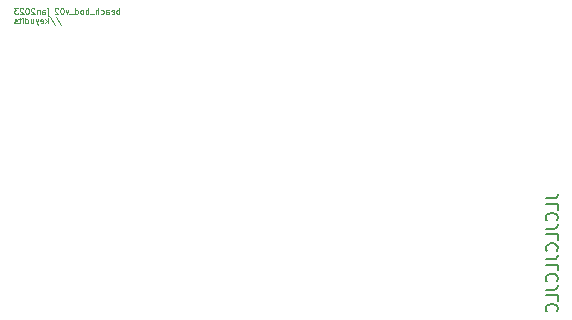
<source format=gbo>
G04 #@! TF.GenerationSoftware,KiCad,Pcbnew,(6.0.9-0)*
G04 #@! TF.CreationDate,2023-02-01T14:54:16-05:00*
G04 #@! TF.ProjectId,beach_bod_02,62656163-685f-4626-9f64-5f30322e6b69,rev?*
G04 #@! TF.SameCoordinates,Original*
G04 #@! TF.FileFunction,Legend,Bot*
G04 #@! TF.FilePolarity,Positive*
%FSLAX46Y46*%
G04 Gerber Fmt 4.6, Leading zero omitted, Abs format (unit mm)*
G04 Created by KiCad (PCBNEW (6.0.9-0)) date 2023-02-01 14:54:16*
%MOMM*%
%LPD*%
G01*
G04 APERTURE LIST*
%ADD10C,0.150000*%
%ADD11C,0.100000*%
%ADD12C,3.200000*%
%ADD13C,2.300000*%
%ADD14C,4.400000*%
%ADD15C,1.755000*%
%ADD16C,2.025000*%
%ADD17R,1.700000X1.700000*%
%ADD18C,0.650000*%
%ADD19O,1.108000X2.216000*%
G04 APERTURE END LIST*
D10*
X172680380Y-91646952D02*
X173394666Y-91646952D01*
X173537523Y-91599333D01*
X173632761Y-91504095D01*
X173680380Y-91361238D01*
X173680380Y-91266000D01*
X173680380Y-92599333D02*
X173680380Y-92123142D01*
X172680380Y-92123142D01*
X173585142Y-93504095D02*
X173632761Y-93456476D01*
X173680380Y-93313619D01*
X173680380Y-93218380D01*
X173632761Y-93075523D01*
X173537523Y-92980285D01*
X173442285Y-92932666D01*
X173251809Y-92885047D01*
X173108952Y-92885047D01*
X172918476Y-92932666D01*
X172823238Y-92980285D01*
X172728000Y-93075523D01*
X172680380Y-93218380D01*
X172680380Y-93313619D01*
X172728000Y-93456476D01*
X172775619Y-93504095D01*
X172680380Y-94218380D02*
X173394666Y-94218380D01*
X173537523Y-94170761D01*
X173632761Y-94075523D01*
X173680380Y-93932666D01*
X173680380Y-93837428D01*
X173680380Y-95170761D02*
X173680380Y-94694571D01*
X172680380Y-94694571D01*
X173585142Y-96075523D02*
X173632761Y-96027904D01*
X173680380Y-95885047D01*
X173680380Y-95789809D01*
X173632761Y-95646952D01*
X173537523Y-95551714D01*
X173442285Y-95504095D01*
X173251809Y-95456476D01*
X173108952Y-95456476D01*
X172918476Y-95504095D01*
X172823238Y-95551714D01*
X172728000Y-95646952D01*
X172680380Y-95789809D01*
X172680380Y-95885047D01*
X172728000Y-96027904D01*
X172775619Y-96075523D01*
X172680380Y-96789809D02*
X173394666Y-96789809D01*
X173537523Y-96742190D01*
X173632761Y-96646952D01*
X173680380Y-96504095D01*
X173680380Y-96408857D01*
X173680380Y-97742190D02*
X173680380Y-97266000D01*
X172680380Y-97266000D01*
X173585142Y-98646952D02*
X173632761Y-98599333D01*
X173680380Y-98456476D01*
X173680380Y-98361238D01*
X173632761Y-98218380D01*
X173537523Y-98123142D01*
X173442285Y-98075523D01*
X173251809Y-98027904D01*
X173108952Y-98027904D01*
X172918476Y-98075523D01*
X172823238Y-98123142D01*
X172728000Y-98218380D01*
X172680380Y-98361238D01*
X172680380Y-98456476D01*
X172728000Y-98599333D01*
X172775619Y-98646952D01*
X172680380Y-99361238D02*
X173394666Y-99361238D01*
X173537523Y-99313619D01*
X173632761Y-99218380D01*
X173680380Y-99075523D01*
X173680380Y-98980285D01*
X173680380Y-100313619D02*
X173680380Y-99837428D01*
X172680380Y-99837428D01*
X173585142Y-101218380D02*
X173632761Y-101170761D01*
X173680380Y-101027904D01*
X173680380Y-100932666D01*
X173632761Y-100789809D01*
X173537523Y-100694571D01*
X173442285Y-100646952D01*
X173251809Y-100599333D01*
X173108952Y-100599333D01*
X172918476Y-100646952D01*
X172823238Y-100694571D01*
X172728000Y-100789809D01*
X172680380Y-100932666D01*
X172680380Y-101027904D01*
X172728000Y-101170761D01*
X172775619Y-101218380D01*
D11*
X136549190Y-76023690D02*
X136549190Y-75523690D01*
X136549190Y-75714166D02*
X136501571Y-75690357D01*
X136406333Y-75690357D01*
X136358714Y-75714166D01*
X136334904Y-75737976D01*
X136311095Y-75785595D01*
X136311095Y-75928452D01*
X136334904Y-75976071D01*
X136358714Y-75999880D01*
X136406333Y-76023690D01*
X136501571Y-76023690D01*
X136549190Y-75999880D01*
X135906333Y-75999880D02*
X135953952Y-76023690D01*
X136049190Y-76023690D01*
X136096809Y-75999880D01*
X136120619Y-75952261D01*
X136120619Y-75761785D01*
X136096809Y-75714166D01*
X136049190Y-75690357D01*
X135953952Y-75690357D01*
X135906333Y-75714166D01*
X135882523Y-75761785D01*
X135882523Y-75809404D01*
X136120619Y-75857023D01*
X135453952Y-76023690D02*
X135453952Y-75761785D01*
X135477761Y-75714166D01*
X135525380Y-75690357D01*
X135620619Y-75690357D01*
X135668238Y-75714166D01*
X135453952Y-75999880D02*
X135501571Y-76023690D01*
X135620619Y-76023690D01*
X135668238Y-75999880D01*
X135692047Y-75952261D01*
X135692047Y-75904642D01*
X135668238Y-75857023D01*
X135620619Y-75833214D01*
X135501571Y-75833214D01*
X135453952Y-75809404D01*
X135001571Y-75999880D02*
X135049190Y-76023690D01*
X135144428Y-76023690D01*
X135192047Y-75999880D01*
X135215857Y-75976071D01*
X135239666Y-75928452D01*
X135239666Y-75785595D01*
X135215857Y-75737976D01*
X135192047Y-75714166D01*
X135144428Y-75690357D01*
X135049190Y-75690357D01*
X135001571Y-75714166D01*
X134787285Y-76023690D02*
X134787285Y-75523690D01*
X134573000Y-76023690D02*
X134573000Y-75761785D01*
X134596809Y-75714166D01*
X134644428Y-75690357D01*
X134715857Y-75690357D01*
X134763476Y-75714166D01*
X134787285Y-75737976D01*
X134453952Y-76071309D02*
X134073000Y-76071309D01*
X133953952Y-76023690D02*
X133953952Y-75523690D01*
X133953952Y-75714166D02*
X133906333Y-75690357D01*
X133811095Y-75690357D01*
X133763476Y-75714166D01*
X133739666Y-75737976D01*
X133715857Y-75785595D01*
X133715857Y-75928452D01*
X133739666Y-75976071D01*
X133763476Y-75999880D01*
X133811095Y-76023690D01*
X133906333Y-76023690D01*
X133953952Y-75999880D01*
X133430142Y-76023690D02*
X133477761Y-75999880D01*
X133501571Y-75976071D01*
X133525380Y-75928452D01*
X133525380Y-75785595D01*
X133501571Y-75737976D01*
X133477761Y-75714166D01*
X133430142Y-75690357D01*
X133358714Y-75690357D01*
X133311095Y-75714166D01*
X133287285Y-75737976D01*
X133263476Y-75785595D01*
X133263476Y-75928452D01*
X133287285Y-75976071D01*
X133311095Y-75999880D01*
X133358714Y-76023690D01*
X133430142Y-76023690D01*
X132834904Y-76023690D02*
X132834904Y-75523690D01*
X132834904Y-75999880D02*
X132882523Y-76023690D01*
X132977761Y-76023690D01*
X133025380Y-75999880D01*
X133049190Y-75976071D01*
X133073000Y-75928452D01*
X133073000Y-75785595D01*
X133049190Y-75737976D01*
X133025380Y-75714166D01*
X132977761Y-75690357D01*
X132882523Y-75690357D01*
X132834904Y-75714166D01*
X132715857Y-76071309D02*
X132334904Y-76071309D01*
X132263476Y-75690357D02*
X132144428Y-76023690D01*
X132025380Y-75690357D01*
X131739666Y-75523690D02*
X131692047Y-75523690D01*
X131644428Y-75547500D01*
X131620619Y-75571309D01*
X131596809Y-75618928D01*
X131573000Y-75714166D01*
X131573000Y-75833214D01*
X131596809Y-75928452D01*
X131620619Y-75976071D01*
X131644428Y-75999880D01*
X131692047Y-76023690D01*
X131739666Y-76023690D01*
X131787285Y-75999880D01*
X131811095Y-75976071D01*
X131834904Y-75928452D01*
X131858714Y-75833214D01*
X131858714Y-75714166D01*
X131834904Y-75618928D01*
X131811095Y-75571309D01*
X131787285Y-75547500D01*
X131739666Y-75523690D01*
X131382523Y-75571309D02*
X131358714Y-75547500D01*
X131311095Y-75523690D01*
X131192047Y-75523690D01*
X131144428Y-75547500D01*
X131120619Y-75571309D01*
X131096809Y-75618928D01*
X131096809Y-75666547D01*
X131120619Y-75737976D01*
X131406333Y-76023690D01*
X131096809Y-76023690D01*
X130501571Y-75690357D02*
X130501571Y-76118928D01*
X130525380Y-76166547D01*
X130573000Y-76190357D01*
X130596809Y-76190357D01*
X130501571Y-75523690D02*
X130525380Y-75547500D01*
X130501571Y-75571309D01*
X130477761Y-75547500D01*
X130501571Y-75523690D01*
X130501571Y-75571309D01*
X130049190Y-76023690D02*
X130049190Y-75761785D01*
X130073000Y-75714166D01*
X130120619Y-75690357D01*
X130215857Y-75690357D01*
X130263476Y-75714166D01*
X130049190Y-75999880D02*
X130096809Y-76023690D01*
X130215857Y-76023690D01*
X130263476Y-75999880D01*
X130287285Y-75952261D01*
X130287285Y-75904642D01*
X130263476Y-75857023D01*
X130215857Y-75833214D01*
X130096809Y-75833214D01*
X130049190Y-75809404D01*
X129811095Y-75690357D02*
X129811095Y-76023690D01*
X129811095Y-75737976D02*
X129787285Y-75714166D01*
X129739666Y-75690357D01*
X129668238Y-75690357D01*
X129620619Y-75714166D01*
X129596809Y-75761785D01*
X129596809Y-76023690D01*
X129382523Y-75571309D02*
X129358714Y-75547500D01*
X129311095Y-75523690D01*
X129192047Y-75523690D01*
X129144428Y-75547500D01*
X129120619Y-75571309D01*
X129096809Y-75618928D01*
X129096809Y-75666547D01*
X129120619Y-75737976D01*
X129406333Y-76023690D01*
X129096809Y-76023690D01*
X128787285Y-75523690D02*
X128739666Y-75523690D01*
X128692047Y-75547500D01*
X128668238Y-75571309D01*
X128644428Y-75618928D01*
X128620619Y-75714166D01*
X128620619Y-75833214D01*
X128644428Y-75928452D01*
X128668238Y-75976071D01*
X128692047Y-75999880D01*
X128739666Y-76023690D01*
X128787285Y-76023690D01*
X128834904Y-75999880D01*
X128858714Y-75976071D01*
X128882523Y-75928452D01*
X128906333Y-75833214D01*
X128906333Y-75714166D01*
X128882523Y-75618928D01*
X128858714Y-75571309D01*
X128834904Y-75547500D01*
X128787285Y-75523690D01*
X128430142Y-75571309D02*
X128406333Y-75547500D01*
X128358714Y-75523690D01*
X128239666Y-75523690D01*
X128192047Y-75547500D01*
X128168238Y-75571309D01*
X128144428Y-75618928D01*
X128144428Y-75666547D01*
X128168238Y-75737976D01*
X128453952Y-76023690D01*
X128144428Y-76023690D01*
X127977761Y-75523690D02*
X127668238Y-75523690D01*
X127834904Y-75714166D01*
X127763476Y-75714166D01*
X127715857Y-75737976D01*
X127692047Y-75761785D01*
X127668238Y-75809404D01*
X127668238Y-75928452D01*
X127692047Y-75976071D01*
X127715857Y-75999880D01*
X127763476Y-76023690D01*
X127906333Y-76023690D01*
X127953952Y-75999880D01*
X127977761Y-75976071D01*
X131192047Y-76304880D02*
X131620619Y-76947738D01*
X130668238Y-76304880D02*
X131096809Y-76947738D01*
X130501571Y-76828690D02*
X130501571Y-76328690D01*
X130453952Y-76638214D02*
X130311095Y-76828690D01*
X130311095Y-76495357D02*
X130501571Y-76685833D01*
X129906333Y-76804880D02*
X129953952Y-76828690D01*
X130049190Y-76828690D01*
X130096809Y-76804880D01*
X130120619Y-76757261D01*
X130120619Y-76566785D01*
X130096809Y-76519166D01*
X130049190Y-76495357D01*
X129953952Y-76495357D01*
X129906333Y-76519166D01*
X129882523Y-76566785D01*
X129882523Y-76614404D01*
X130120619Y-76662023D01*
X129715857Y-76495357D02*
X129596809Y-76828690D01*
X129477761Y-76495357D02*
X129596809Y-76828690D01*
X129644428Y-76947738D01*
X129668238Y-76971547D01*
X129715857Y-76995357D01*
X129073000Y-76495357D02*
X129073000Y-76828690D01*
X129287285Y-76495357D02*
X129287285Y-76757261D01*
X129263476Y-76804880D01*
X129215857Y-76828690D01*
X129144428Y-76828690D01*
X129096809Y-76804880D01*
X129073000Y-76781071D01*
X128620619Y-76828690D02*
X128620619Y-76328690D01*
X128620619Y-76804880D02*
X128668238Y-76828690D01*
X128763476Y-76828690D01*
X128811095Y-76804880D01*
X128834904Y-76781071D01*
X128858714Y-76733452D01*
X128858714Y-76590595D01*
X128834904Y-76542976D01*
X128811095Y-76519166D01*
X128763476Y-76495357D01*
X128668238Y-76495357D01*
X128620619Y-76519166D01*
X128382523Y-76828690D02*
X128382523Y-76495357D01*
X128382523Y-76328690D02*
X128406333Y-76352500D01*
X128382523Y-76376309D01*
X128358714Y-76352500D01*
X128382523Y-76328690D01*
X128382523Y-76376309D01*
X128215857Y-76495357D02*
X128025380Y-76495357D01*
X128144428Y-76328690D02*
X128144428Y-76757261D01*
X128120619Y-76804880D01*
X128073000Y-76828690D01*
X128025380Y-76828690D01*
X127882523Y-76804880D02*
X127834904Y-76828690D01*
X127739666Y-76828690D01*
X127692047Y-76804880D01*
X127668238Y-76757261D01*
X127668238Y-76733452D01*
X127692047Y-76685833D01*
X127739666Y-76662023D01*
X127811095Y-76662023D01*
X127858714Y-76638214D01*
X127882523Y-76590595D01*
X127882523Y-76566785D01*
X127858714Y-76519166D01*
X127811095Y-76495357D01*
X127739666Y-76495357D01*
X127692047Y-76519166D01*
%LPC*%
D12*
X160782000Y-96520000D03*
D13*
X167142000Y-91440000D03*
X156982000Y-91440000D03*
X167142000Y-101600000D03*
X156982000Y-101600000D03*
D12*
X160782000Y-81534000D03*
D13*
X167142000Y-76454000D03*
X156982000Y-86614000D03*
X167142000Y-86614000D03*
X156982000Y-76454000D03*
D14*
X100584000Y-99314000D03*
X162306000Y-89154000D03*
D15*
X100076000Y-88900000D03*
D16*
X97536000Y-92600000D03*
X102616000Y-92600000D03*
X102616000Y-85200000D03*
X97536000Y-85200000D03*
D17*
X137160000Y-96012000D03*
X148082000Y-101854000D03*
X131064000Y-90424000D03*
X115570000Y-90170000D03*
D14*
X100584000Y-78740000D03*
D18*
X125154000Y-80479000D03*
X124304000Y-80479000D03*
X123454000Y-80479000D03*
X122604000Y-80479000D03*
X121754000Y-80479000D03*
X120904000Y-80479000D03*
X120054000Y-80479000D03*
X119204000Y-80479000D03*
X119204000Y-79129000D03*
X120054000Y-79129000D03*
X120904000Y-79129000D03*
X121754000Y-79129000D03*
X122604000Y-79129000D03*
X123454000Y-79129000D03*
X124304000Y-79129000D03*
X125154000Y-79129000D03*
D19*
X126504000Y-79499000D03*
X117854000Y-79499000D03*
X117854000Y-76119000D03*
X126504000Y-76119000D03*
D18*
X111433000Y-80479000D03*
X110583000Y-80479000D03*
X109733000Y-80479000D03*
X108883000Y-80479000D03*
X108033000Y-80479000D03*
X107183000Y-80479000D03*
X106333000Y-80479000D03*
X105483000Y-80479000D03*
X105483000Y-79129000D03*
X106333000Y-79129000D03*
X107183000Y-79129000D03*
X108033000Y-79129000D03*
X108883000Y-79129000D03*
X109733000Y-79129000D03*
X110583000Y-79129000D03*
X111433000Y-79129000D03*
D19*
X112783000Y-79499000D03*
X104133000Y-79499000D03*
X104133000Y-76119000D03*
X112783000Y-76119000D03*
D17*
X148082000Y-89916000D03*
M02*

</source>
